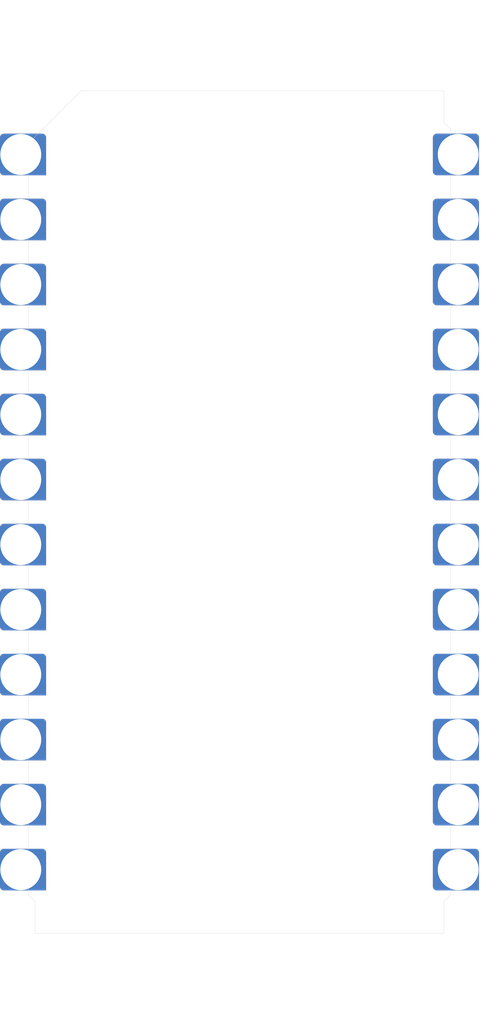
<source format=kicad_pcb>
(kicad_pcb (version 20171130) (host pcbnew 5.1.10-88a1d61d58~88~ubuntu20.10.1)

  (general
    (thickness 1.6)
    (drawings 11)
    (tracks 0)
    (zones 0)
    (modules 1)
    (nets 1)
  )

  (page A4)
  (title_block
    (title "PCB to Fit Inside Molex DIP24 socket")
    (date 2021-05-19)
    (rev 003)
    (company b.kenyon.w@gmail.com)
  )

  (layers
    (0 Top signal)
    (31 Bottom signal)
    (32 B.Adhes user hide)
    (33 F.Adhes user hide)
    (34 B.Paste user hide)
    (35 F.Paste user hide)
    (36 B.SilkS user)
    (37 F.SilkS user)
    (38 B.Mask user)
    (39 F.Mask user)
    (40 Dwgs.User user)
    (41 Cmts.User user hide)
    (42 Eco1.User user hide)
    (43 Eco2.User user)
    (44 Edge.Cuts user)
    (45 Margin user hide)
    (46 B.CrtYd user hide)
    (47 F.CrtYd user hide)
    (48 B.Fab user hide)
    (49 F.Fab user hide)
  )

  (setup
    (last_trace_width 0.2032)
    (user_trace_width 0.2032)
    (user_trace_width 0.4064)
    (trace_clearance 0.2032)
    (zone_clearance 0.508)
    (zone_45_only no)
    (trace_min 0.1524)
    (via_size 0.508)
    (via_drill 0.254)
    (via_min_size 0.254)
    (via_min_drill 0.254)
    (user_via 0.508 0.254)
    (uvia_size 0.508)
    (uvia_drill 0.254)
    (uvias_allowed no)
    (uvia_min_size 0.508)
    (uvia_min_drill 0.1524)
    (edge_width 0.01)
    (segment_width 0.2032)
    (pcb_text_width 0.254)
    (pcb_text_size 1.2192 1.2192)
    (mod_edge_width 0.0762)
    (mod_text_size 0.6096 0.6096)
    (mod_text_width 0.0762)
    (pad_size 0.7 0.7)
    (pad_drill 0.7)
    (pad_to_mask_clearance 0)
    (aux_axis_origin 0 0)
    (grid_origin 147.2184 99.187)
    (visible_elements FFFFFFFF)
    (pcbplotparams
      (layerselection 0x010f0_ffffffff)
      (usegerberextensions true)
      (usegerberattributes false)
      (usegerberadvancedattributes false)
      (creategerberjobfile false)
      (excludeedgelayer true)
      (linewidth 0.050800)
      (plotframeref false)
      (viasonmask false)
      (mode 1)
      (useauxorigin false)
      (hpglpennumber 1)
      (hpglpenspeed 20)
      (hpglpendiameter 15.000000)
      (psnegative false)
      (psa4output false)
      (plotreference true)
      (plotvalue true)
      (plotinvisibletext false)
      (padsonsilk false)
      (subtractmaskfromsilk true)
      (outputformat 1)
      (mirror false)
      (drillshape 0)
      (scaleselection 1)
      (outputdirectory "GERBER_Molex_PCB_DIP24"))
  )

  (net 0 "")

  (net_class Default "This is the default net class."
    (clearance 0.2032)
    (trace_width 0.2032)
    (via_dia 0.508)
    (via_drill 0.254)
    (uvia_dia 0.508)
    (uvia_drill 0.254)
    (diff_pair_width 0.2032)
    (diff_pair_gap 0.254)
  )

  (module 000_LOCAL:Molex_Socket_PCB_DIP24 (layer Top) (tedit 60A4B019) (tstamp 60A4AF07)
    (at 147.2184 99.187)
    (descr "Castellated edge contacts to fit Molex 78805 Socket")
    (solder_mask_margin 0.0508)
    (attr virtual)
    (fp_text reference J? (at -1.905 0 -90) (layer Dwgs.User) hide
      (effects (font (size 1.2065 1.2065) (thickness 0.127)) (justify bottom))
    )
    (fp_text value Molex_Socket_PCB_DIP24 (at 1.27 0 -90) (layer F.Fab) hide
      (effects (font (size 1.2065 1.2065) (thickness 0.1016)) (justify bottom))
    )
    (fp_line (start -4 -14.96) (end -3.5 -14.96) (layer Dwgs.User) (width 0.01))
    (fp_line (start -4 -15.46) (end -4 -14.96) (layer Dwgs.User) (width 0.01))
    (fp_line (start -4 -15.46) (end -3.7 -15.16) (layer Dwgs.User) (width 0.01))
    (fp_line (start -4 -15.46) (end -4.3 -15.16) (layer Dwgs.User) (width 0.01))
    (fp_line (start -4 -16.46) (end -3.7 -16.76) (layer Dwgs.User) (width 0.01))
    (fp_line (start -4 -16.46) (end -4.3 -16.76) (layer Dwgs.User) (width 0.01))
    (fp_line (start -4 -16.46) (end -4 -17.46) (layer Dwgs.User) (width 0.01))
    (fp_line (start -6 -16.46) (end -5.7 -16.76) (layer Dwgs.User) (width 0.01))
    (fp_line (start -6 -16.46) (end -6.3 -16.76) (layer Dwgs.User) (width 0.01))
    (fp_line (start -6 -16.46) (end -6 -17.46) (layer Dwgs.User) (width 0.01))
    (fp_line (start -6 -15.76) (end -5.7 -15.46) (layer Dwgs.User) (width 0.01))
    (fp_line (start -6 -15.76) (end -6.3 -15.46) (layer Dwgs.User) (width 0.01))
    (fp_line (start -6 -14.46) (end -5.5 -14.46) (layer Dwgs.User) (width 0.01))
    (fp_line (start -6 -15.76) (end -6 -14.46) (layer Dwgs.User) (width 0.01))
    (fp_line (start 7.2 -15.76) (end 7.2 15.76) (layer Dwgs.User) (width 0.01))
    (fp_line (start -7.2 -15.76) (end -7.2 15.76) (layer Dwgs.User) (width 0.01))
    (fp_line (start -7.2 -15.76) (end 7.2 -15.76) (layer Dwgs.User) (width 0.01))
    (fp_line (start -7.2 15.76) (end 7.2 15.76) (layer Dwgs.User) (width 0.01))
    (fp_line (start 8.255 -20) (end 8.255 20) (layer Dwgs.User) (width 0.01))
    (fp_line (start -8.255 -20) (end -8.255 20) (layer Dwgs.User) (width 0.01))
    (fp_line (start -8.255 0.0508) (end -8.255 -0.0508) (layer Dwgs.User) (width 0.002))
    (fp_poly (pts (xy 9.2156 1.9304) (xy 7.717 1.9304) (xy 7.717 0.6096) (xy 9.2156 0.6096)) (layer Top) (width 0.3048))
    (fp_poly (pts (xy 9.2156 -0.6096) (xy 7.717 -0.6096) (xy 7.717 -1.9304) (xy 9.2156 -1.9304)) (layer Top) (width 0.3048))
    (fp_poly (pts (xy 9.2156 14.6304) (xy 7.717 14.6304) (xy 7.717 13.3096) (xy 9.2156 13.3096)) (layer Top) (width 0.3048))
    (fp_poly (pts (xy 9.2156 7.0104) (xy 7.717 7.0104) (xy 7.717 5.6896) (xy 9.2156 5.6896)) (layer Top) (width 0.3048))
    (fp_poly (pts (xy 9.2156 10.7696) (xy 7.717 10.7696) (xy 7.717 12.0904) (xy 9.2156 12.0904)) (layer Bottom) (width 0.3048))
    (fp_poly (pts (xy 9.2156 4.4704) (xy 7.717 4.4704) (xy 7.717 3.1496) (xy 9.2156 3.1496)) (layer Top) (width 0.3048))
    (fp_poly (pts (xy 9.2156 -4.4704) (xy 7.717 -4.4704) (xy 7.717 -3.1496) (xy 9.2156 -3.1496)) (layer Bottom) (width 0.3048))
    (fp_poly (pts (xy 9.2156 8.2296) (xy 7.717 8.2296) (xy 7.717 9.5504) (xy 9.2156 9.5504)) (layer Bottom) (width 0.3048))
    (fp_poly (pts (xy 9.2156 13.3096) (xy 7.717 13.3096) (xy 7.717 14.6304) (xy 9.2156 14.6304)) (layer Bottom) (width 0.3048))
    (fp_poly (pts (xy 9.2156 -10.7696) (xy 7.717 -10.7696) (xy 7.717 -12.0904) (xy 9.2156 -12.0904)) (layer Top) (width 0.3048))
    (fp_poly (pts (xy 9.2156 -9.5504) (xy 7.717 -9.5504) (xy 7.717 -8.2296) (xy 9.2156 -8.2296)) (layer Bottom) (width 0.3048))
    (fp_poly (pts (xy 9.2156 0.6096) (xy 7.717 0.6096) (xy 7.717 1.9304) (xy 9.2156 1.9304)) (layer Bottom) (width 0.3048))
    (fp_poly (pts (xy 9.2156 3.1496) (xy 7.717 3.1496) (xy 7.717 4.4704) (xy 9.2156 4.4704)) (layer Bottom) (width 0.3048))
    (fp_poly (pts (xy 9.2156 -12.0904) (xy 7.717 -12.0904) (xy 7.717 -10.7696) (xy 9.2156 -10.7696)) (layer Bottom) (width 0.3048))
    (fp_poly (pts (xy 9.2156 -14.6304) (xy 7.717 -14.6304) (xy 7.717 -13.3096) (xy 9.2156 -13.3096)) (layer Bottom) (width 0.3048))
    (fp_poly (pts (xy 9.2156 12.0904) (xy 7.717 12.0904) (xy 7.717 10.7696) (xy 9.2156 10.7696)) (layer Top) (width 0.3048))
    (fp_poly (pts (xy 9.2156 9.5504) (xy 7.717 9.5504) (xy 7.717 8.2296) (xy 9.2156 8.2296)) (layer Top) (width 0.3048))
    (fp_poly (pts (xy 9.2156 -3.1496) (xy 7.717 -3.1496) (xy 7.717 -4.4704) (xy 9.2156 -4.4704)) (layer Top) (width 0.3048))
    (fp_poly (pts (xy 9.2156 -1.9304) (xy 7.717 -1.9304) (xy 7.717 -0.6096) (xy 9.2156 -0.6096)) (layer Bottom) (width 0.3048))
    (fp_poly (pts (xy 9.2156 -5.6896) (xy 7.717 -5.6896) (xy 7.717 -7.0104) (xy 9.2156 -7.0104)) (layer Top) (width 0.3048))
    (fp_poly (pts (xy 9.2156 5.6896) (xy 7.717 5.6896) (xy 7.717 7.0104) (xy 9.2156 7.0104)) (layer Bottom) (width 0.3048))
    (fp_poly (pts (xy 9.2156 -7.0104) (xy 7.717 -7.0104) (xy 7.717 -5.6896) (xy 9.2156 -5.6896)) (layer Bottom) (width 0.3048))
    (fp_poly (pts (xy 9.2156 -13.3096) (xy 7.717 -13.3096) (xy 7.717 -14.6304) (xy 9.2156 -14.6304)) (layer Top) (width 0.3048))
    (fp_poly (pts (xy 9.2156 -8.2296) (xy 7.717 -8.2296) (xy 7.717 -9.5504) (xy 9.2156 -9.5504)) (layer Top) (width 0.3048))
    (fp_poly (pts (xy -7.717 0.6096) (xy -9.2156 0.6096) (xy -9.2156 1.9304) (xy -7.717 1.9304)) (layer Bottom) (width 0.3048))
    (fp_poly (pts (xy -7.717 3.1496) (xy -9.2156 3.1496) (xy -9.2156 4.4704) (xy -7.717 4.4704)) (layer Bottom) (width 0.3048))
    (fp_poly (pts (xy -7.717 -12.0904) (xy -9.2156 -12.0904) (xy -9.2156 -10.7696) (xy -7.717 -10.7696)) (layer Bottom) (width 0.3048))
    (fp_poly (pts (xy -7.717 -4.4704) (xy -9.2156 -4.4704) (xy -9.2156 -3.1496) (xy -7.717 -3.1496)) (layer Bottom) (width 0.3048))
    (fp_poly (pts (xy -7.717 -1.9304) (xy -9.2156 -1.9304) (xy -9.2156 -0.6096) (xy -7.717 -0.6096)) (layer Bottom) (width 0.3048))
    (fp_poly (pts (xy -7.717 13.3096) (xy -9.2156 13.3096) (xy -9.2156 14.6304) (xy -7.717 14.6304)) (layer Bottom) (width 0.3048))
    (fp_poly (pts (xy -7.717 -9.5504) (xy -9.2156 -9.5504) (xy -9.2156 -8.2296) (xy -7.717 -8.2296)) (layer Bottom) (width 0.3048))
    (fp_poly (pts (xy -7.717 -7.0104) (xy -9.2156 -7.0104) (xy -9.2156 -5.6896) (xy -7.717 -5.6896)) (layer Bottom) (width 0.3048))
    (fp_poly (pts (xy -7.717 5.6896) (xy -9.2156 5.6896) (xy -9.2156 7.0104) (xy -7.717 7.0104)) (layer Bottom) (width 0.3048))
    (fp_poly (pts (xy -7.717 8.2296) (xy -9.2156 8.2296) (xy -9.2156 9.5504) (xy -7.717 9.5504)) (layer Bottom) (width 0.3048))
    (fp_poly (pts (xy -7.717 -14.6304) (xy -9.2156 -14.6304) (xy -9.2156 -13.3096) (xy -7.717 -13.3096)) (layer Bottom) (width 0.3048))
    (fp_poly (pts (xy -7.717 10.7696) (xy -9.2156 10.7696) (xy -9.2156 12.0904) (xy -7.717 12.0904)) (layer Bottom) (width 0.3048))
    (fp_poly (pts (xy -7.717 14.6304) (xy -9.2156 14.6304) (xy -9.2156 13.3096) (xy -7.717 13.3096)) (layer Top) (width 0.3048))
    (fp_poly (pts (xy -7.717 12.0904) (xy -9.2156 12.0904) (xy -9.2156 10.7696) (xy -7.717 10.7696)) (layer Top) (width 0.3048))
    (fp_poly (pts (xy -7.717 9.5504) (xy -9.2156 9.5504) (xy -9.2156 8.2296) (xy -7.717 8.2296)) (layer Top) (width 0.3048))
    (fp_poly (pts (xy -7.717 7.0104) (xy -9.2156 7.0104) (xy -9.2156 5.6896) (xy -7.717 5.6896)) (layer Top) (width 0.3048))
    (fp_poly (pts (xy -7.717 4.4704) (xy -9.2156 4.4704) (xy -9.2156 3.1496) (xy -7.717 3.1496)) (layer Top) (width 0.3048))
    (fp_poly (pts (xy -7.717 1.9304) (xy -9.2156 1.9304) (xy -9.2156 0.6096) (xy -7.717 0.6096)) (layer Top) (width 0.3048))
    (fp_poly (pts (xy -7.717 -0.6096) (xy -9.2156 -0.6096) (xy -9.2156 -1.9304) (xy -7.717 -1.9304)) (layer Top) (width 0.3048))
    (fp_poly (pts (xy -7.717 -3.1496) (xy -9.2156 -3.1496) (xy -9.2156 -4.4704) (xy -7.717 -4.4704)) (layer Top) (width 0.3048))
    (fp_poly (pts (xy -7.717 -5.6896) (xy -9.2156 -5.6896) (xy -9.2156 -7.0104) (xy -7.717 -7.0104)) (layer Top) (width 0.3048))
    (fp_poly (pts (xy -7.717 -8.2296) (xy -9.2156 -8.2296) (xy -9.2156 -9.5504) (xy -7.717 -9.5504)) (layer Top) (width 0.3048))
    (fp_poly (pts (xy -7.717 -10.7696) (xy -9.2156 -10.7696) (xy -9.2156 -12.0904) (xy -7.717 -12.0904)) (layer Top) (width 0.3048))
    (fp_poly (pts (xy -7.717 -13.3096) (xy -9.2156 -13.3096) (xy -9.2156 -14.6304) (xy -7.717 -14.6304)) (layer Top) (width 0.3048))
    (fp_line (start 4.5593 16.51) (end 8.26 16.51) (layer Eco1.User) (width 0.01))
    (fp_line (start -8.26 16.51) (end -4.5593 16.51) (layer Eco1.User) (width 0.01))
    (fp_line (start 0.762 -16.51) (end 8.26 -16.51) (layer Eco1.User) (width 0.01))
    (fp_line (start -8.26 -16.51) (end -0.762 -16.51) (layer Eco1.User) (width 0.01))
    (fp_line (start 8.26 16.51) (end 8.26 -16.51) (layer Eco1.User) (width 0.01))
    (fp_line (start -8.26 16.51) (end -8.26 -16.51) (layer Eco1.User) (width 0.01))
    (fp_line (start 3.0353 16.51) (end -3.0353 16.51) (layer Eco1.User) (width 0.01))
    (fp_line (start 3.0353 19.05) (end 3.0353 16.51) (layer Eco1.User) (width 0.01))
    (fp_line (start 4.5593 19.05) (end 3.0353 19.05) (layer Eco1.User) (width 0.01))
    (fp_line (start 4.5593 16.51) (end 4.5593 19.05) (layer Eco1.User) (width 0.01))
    (fp_line (start -3.0353 19.05) (end -3.0353 16.51) (layer Eco1.User) (width 0.01))
    (fp_line (start -4.5593 19.05) (end -3.0353 19.05) (layer Eco1.User) (width 0.01))
    (fp_line (start -4.5593 16.51) (end -4.5593 19.05) (layer Eco1.User) (width 0.01))
    (fp_line (start 0.762 -19.05) (end 0.762 -16.51) (layer Eco1.User) (width 0.01))
    (fp_line (start -0.762 -19.05) (end 0.762 -19.05) (layer Eco1.User) (width 0.01))
    (fp_line (start -0.762 -16.51) (end -0.762 -19.05) (layer Eco1.User) (width 0.01))
    (fp_line (start -8 16.46) (end 8 16.46) (layer Eco2.User) (width 0.01))
    (fp_line (start 8 16.46) (end 8 15.21) (layer Eco2.User) (width 0.01))
    (fp_line (start 8 15.21) (end 8.26 14.95) (layer Eco2.User) (width 0.01))
    (fp_line (start -8 16.46) (end -8 15.21) (layer Eco2.User) (width 0.01))
    (fp_line (start -8 15.21) (end -8.26 14.95) (layer Eco2.User) (width 0.01))
    (fp_line (start 8 -15.21) (end 8 -16.46) (layer Eco2.User) (width 0.01))
    (fp_line (start 8.26 -14.95) (end 8 -15.21) (layer Eco2.User) (width 0.01))
    (fp_line (start 8.26 14.95) (end 8.26 -14.95) (layer Eco2.User) (width 0.01))
    (fp_line (start -8.26 14.95) (end -8.26 -14.4) (layer Eco2.User) (width 0.01))
    (fp_line (start 8 -16.46) (end -6.2 -16.46) (layer Eco2.User) (width 0.01))
    (fp_line (start -6.2 -16.46) (end -8.26 -14.4) (layer Eco2.User) (width 0.01))
    (fp_line (start 7.75716 15.24) (end 7.75716 10.16) (layer Dwgs.User) (width 0.01))
    (fp_line (start 6.35 9.525) (end 6.35 12.7) (layer Dwgs.User) (width 0.05))
    (fp_line (start 6.35 12.7) (end 7.747 12.7) (layer Dwgs.User) (width 0.05))
    (fp_line (start 7.747 12.7) (end 7.467 12.98) (layer Dwgs.User) (width 0.05))
    (fp_line (start 7.467 12.42) (end 7.747 12.7) (layer Dwgs.User) (width 0.05))
    (fp_line (start 8.27 12.7) (end 8.55 12.98) (layer Dwgs.User) (width 0.05))
    (fp_line (start 8.55 12.42) (end 8.27 12.7) (layer Dwgs.User) (width 0.05))
    (fp_line (start 8.27 12.7) (end 9.667 12.7) (layer Dwgs.User) (width 0.05))
    (fp_line (start -5 -16.46) (end -5 -15.46) (layer Dwgs.User) (width 0.01))
    (fp_line (start -5 -15.46) (end 5 -15.46) (layer Dwgs.User) (width 0.01))
    (fp_line (start 5 -15.46) (end 5 -16.46) (layer Dwgs.User) (width 0.01))
    (fp_line (start 5 -16.46) (end -5 -16.46) (layer Dwgs.User) (width 0.01))
    (fp_line (start 5 16.46) (end 5 15.46) (layer Dwgs.User) (width 0.01))
    (fp_line (start -5 15.46) (end -5 16.46) (layer Dwgs.User) (width 0.01))
    (fp_line (start -5 15.46) (end 5 15.46) (layer Dwgs.User) (width 0.01))
    (fp_line (start -5 16.46) (end 5 16.46) (layer Dwgs.User) (width 0.01))
    (fp_text user "0.7 border on bottom - 31.52 x 14.4 x 1.4 usable bottom" (at -5.5 -14.46) (layer Dwgs.User)
      (effects (font (size 0.25 0.25) (thickness 0.02)) (justify left))
    )
    (fp_text user "10.0 x 1.0 retainer wedges on top" (at -3.5 -14.96) (layer Dwgs.User)
      (effects (font (size 0.25 0.25) (thickness 0.02)) (justify left))
    )
    (fp_text user "Castellation depth 0.5mm min" (at 6.35 0 -90) (layer Dwgs.User)
      (effects (font (size 0.7112 0.7112) (thickness 0.0508)))
    )
    (fp_text user "Board outline: 0.01mm grid, copy Eco2.User" (at -6 0 -90) (layer Eco2.User)
      (effects (font (size 0.7112 0.7112) (thickness 0.0508)))
    )
    (fp_text user "Eco1.User is Edge.Cuts for use without carrier." (at -4.445 0 -90) (layer Eco1.User)
      (effects (font (size 0.8 0.8) (thickness 0.05)))
    )
    (pad 24 thru_hole circle (at 8.5552 -13.97 180) (size 1.6002 1.6002) (drill 1.59766) (layers *.Cu *.Mask))
    (pad 12 thru_hole circle (at -8.5552 13.97) (size 1.6002 1.6002) (drill 1.59766) (layers *.Cu *.Mask)
      (zone_connect 0))
    (pad 23 thru_hole circle (at 8.5552 -11.43 180) (size 1.6002 1.6002) (drill 1.59766) (layers *.Cu *.Mask))
    (pad 11 thru_hole circle (at -8.5552 11.43) (size 1.6002 1.6002) (drill 1.59766) (layers *.Cu *.Mask)
      (zone_connect 0))
    (pad 22 thru_hole circle (at 8.5552 -8.89 180) (size 1.6002 1.6002) (drill 1.59766) (layers *.Cu *.Mask))
    (pad 10 thru_hole circle (at -8.5552 8.89) (size 1.6002 1.6002) (drill 1.59766) (layers *.Cu *.Mask)
      (zone_connect 0))
    (pad 21 thru_hole circle (at 8.5552 -6.35 180) (size 1.6002 1.6002) (drill 1.59766) (layers *.Cu *.Mask))
    (pad 9 thru_hole circle (at -8.5552 6.35) (size 1.6002 1.6002) (drill 1.59766) (layers *.Cu *.Mask)
      (zone_connect 0))
    (pad 20 thru_hole circle (at 8.5552 -3.81 180) (size 1.6002 1.6002) (drill 1.59766) (layers *.Cu *.Mask))
    (pad 8 thru_hole circle (at -8.5552 3.81) (size 1.6002 1.6002) (drill 1.59766) (layers *.Cu *.Mask)
      (zone_connect 0))
    (pad 19 thru_hole circle (at 8.5552 -1.27 180) (size 1.6002 1.6002) (drill 1.59766) (layers *.Cu *.Mask))
    (pad 7 thru_hole circle (at -8.5552 1.27) (size 1.6002 1.6002) (drill 1.59766) (layers *.Cu *.Mask)
      (zone_connect 0))
    (pad 18 thru_hole circle (at 8.5552 1.27 180) (size 1.6002 1.6002) (drill 1.59766) (layers *.Cu *.Mask))
    (pad 6 thru_hole circle (at -8.5552 -1.27) (size 1.6002 1.6002) (drill 1.59766) (layers *.Cu *.Mask)
      (zone_connect 0))
    (pad 17 thru_hole circle (at 8.5552 3.81 180) (size 1.6002 1.6002) (drill 1.59766) (layers *.Cu *.Mask))
    (pad 5 thru_hole circle (at -8.5552 -3.81) (size 1.6002 1.6002) (drill 1.59766) (layers *.Cu *.Mask)
      (zone_connect 0))
    (pad 16 thru_hole circle (at 8.5552 6.35 180) (size 1.6002 1.6002) (drill 1.59766) (layers *.Cu *.Mask))
    (pad 4 thru_hole circle (at -8.5552 -6.35) (size 1.6002 1.6002) (drill 1.59766) (layers *.Cu *.Mask)
      (zone_connect 0))
    (pad 15 thru_hole circle (at 8.5552 8.89 180) (size 1.6002 1.6002) (drill 1.59766) (layers *.Cu *.Mask))
    (pad 3 thru_hole circle (at -8.5552 -8.89) (size 1.6002 1.6002) (drill 1.59766) (layers *.Cu *.Mask)
      (zone_connect 0))
    (pad 14 thru_hole circle (at 8.5552 11.43 180) (size 1.6002 1.6002) (drill 1.59766) (layers *.Cu *.Mask))
    (pad 2 thru_hole circle (at -8.5552 -11.43) (size 1.6002 1.6002) (drill 1.59766) (layers *.Cu *.Mask)
      (zone_connect 0))
    (pad 13 thru_hole circle (at 8.5552 13.97 180) (size 1.6002 1.6002) (drill 1.59766) (layers *.Cu *.Mask))
    (pad 1 thru_hole circle (at -8.5552 -13.97) (size 1.6002 1.6002) (drill 1.59766) (layers *.Cu *.Mask)
      (zone_connect 0))
    (model ${KIPRJMOD}/000_LOCAL.pretty/3d/Molex_PCB_DIP24_Carrier.step
      (offset (xyz 0 0 -0.25))
      (scale (xyz 1 1 1))
      (rotate (xyz 0 0 90))
    )
  )

  (gr_line (start 139.2184 114.397) (end 139.2184 115.647) (layer Edge.Cuts) (width 0.01) (tstamp 60502A91))
  (gr_line (start 138.9584 114.137) (end 139.2184 114.397) (layer Edge.Cuts) (width 0.01))
  (gr_line (start 138.9584 84.787) (end 138.9584 114.137) (layer Edge.Cuts) (width 0.01))
  (gr_line (start 141.0184 82.727) (end 138.9584 84.787) (layer Edge.Cuts) (width 0.01))
  (gr_line (start 155.2184 82.727) (end 141.0184 82.727) (layer Edge.Cuts) (width 0.01))
  (gr_line (start 155.2184 83.977) (end 155.2184 82.727) (layer Edge.Cuts) (width 0.01))
  (gr_line (start 155.4784 84.237) (end 155.2184 83.977) (layer Edge.Cuts) (width 0.01))
  (gr_line (start 155.4784 114.137) (end 155.4784 84.237) (layer Edge.Cuts) (width 0.01))
  (gr_line (start 155.2184 114.397) (end 155.4784 114.137) (layer Edge.Cuts) (width 0.01))
  (gr_line (start 155.2184 115.647) (end 155.2184 114.397) (layer Edge.Cuts) (width 0.01))
  (gr_line (start 139.2184 115.647) (end 155.2184 115.647) (layer Edge.Cuts) (width 0.01))

)

</source>
